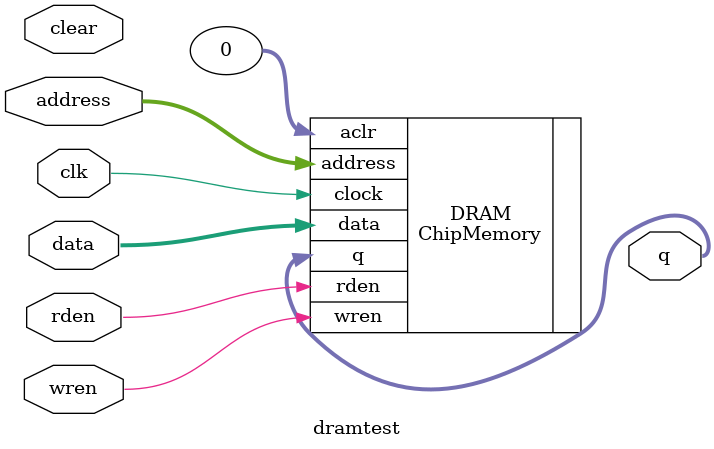
<source format=v>
module dramtest(input clk,
				    input clear, 
					 input wren, 
					 input rden, 
					 input [7:0]address, 
					 input [7:0]data, 
					 output [7:0]q);

ChipMemory DRAM(.aclr(0),.data(data),.wren(wren), .address(address), .rden(rden), .clock(clk), .q(q));

endmodule

</source>
